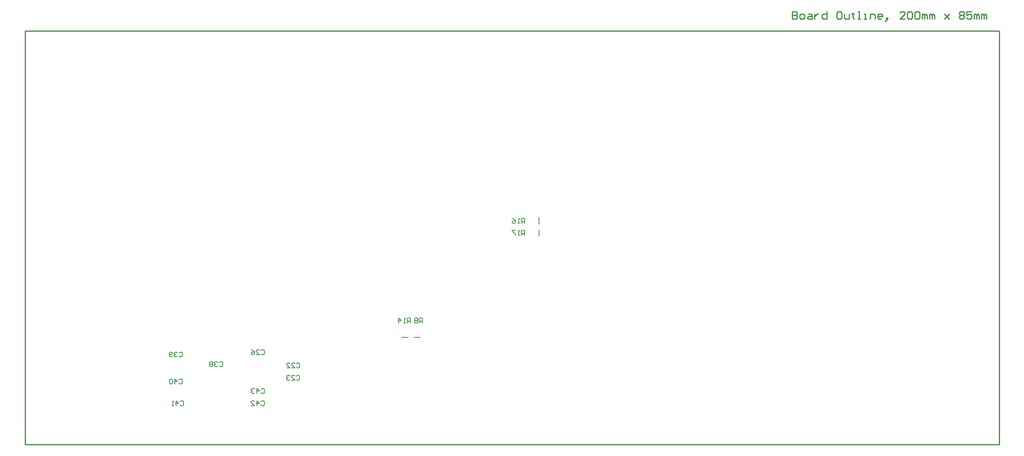
<source format=gbo>
%FSLAX44Y44*%
%MOMM*%
G71*
G01*
G75*
G04 Layer_Color=32896*
%ADD10R,1.6000X1.5000*%
%ADD11R,1.5000X1.4000*%
%ADD12R,1.4000X1.5000*%
%ADD13R,0.6500X1.1000*%
%ADD14R,1.5000X1.6000*%
%ADD15R,1.1000X0.6500*%
%ADD16R,0.9500X3.2000*%
%ADD17R,10.5000X8.3000*%
%ADD18R,1.8000X3.5000*%
%ADD19R,1.9000X1.5000*%
%ADD20O,0.4000X2.2500*%
%ADD21R,0.9000X0.6500*%
%ADD22O,1.7000X0.3500*%
%ADD23O,0.5500X1.7500*%
%ADD24O,1.7500X0.5500*%
%ADD25R,2.5000X3.8500*%
%ADD26R,1.5000X2.8000*%
%ADD27R,1.0000X3.0500*%
%ADD28R,5.5500X6.5000*%
%ADD29R,2.1000X5.6000*%
%ADD30R,2.1000X1.4000*%
%ADD31C,0.2000*%
%ADD32C,1.5000*%
%ADD33C,0.8000*%
%ADD34C,1.2000*%
%ADD35C,0.7500*%
%ADD36C,1.0000*%
%ADD37C,0.2540*%
%ADD38R,1.5000X1.5000*%
%ADD39C,1.5000*%
%ADD40R,1.5000X1.5000*%
%ADD41C,1.0000*%
%ADD42C,7.0000*%
%ADD43C,2.5400*%
%ADD44C,0.5000*%
%ADD45C,0.9000*%
%ADD46C,1.0160*%
%ADD47C,1.9160*%
G04:AMPARAMS|DCode=48|XSize=2.424mm|YSize=2.424mm|CornerRadius=0mm|HoleSize=0mm|Usage=FLASHONLY|Rotation=0.000|XOffset=0mm|YOffset=0mm|HoleType=Round|Shape=Relief|Width=0.254mm|Gap=0.254mm|Entries=4|*
%AMTHD48*
7,0,0,2.4240,1.9160,0.2540,45*
%
%ADD48THD48*%
%ADD49C,1.3160*%
%ADD50C,4.5160*%
%ADD51C,2.5160*%
G04:AMPARAMS|DCode=52|XSize=3.024mm|YSize=3.024mm|CornerRadius=0mm|HoleSize=0mm|Usage=FLASHONLY|Rotation=0.000|XOffset=0mm|YOffset=0mm|HoleType=Round|Shape=Relief|Width=0.254mm|Gap=0.254mm|Entries=4|*
%AMTHD52*
7,0,0,3.0240,2.5160,0.2540,45*
%
%ADD52THD52*%
%ADD53C,1.2160*%
%ADD54C,1.5160*%
%ADD55C,0.2500*%
%ADD56C,0.6000*%
%ADD57C,0.3810*%
%ADD58C,0.2032*%
%ADD59R,1.8032X1.7032*%
%ADD60R,1.7032X1.6032*%
%ADD61R,1.6032X1.7032*%
%ADD62R,0.8532X1.3032*%
%ADD63R,1.7032X1.8032*%
%ADD64R,1.3032X0.8532*%
%ADD65R,1.1532X3.4032*%
%ADD66R,10.7032X8.5032*%
%ADD67R,2.0032X3.7032*%
%ADD68R,2.1032X1.7032*%
%ADD69O,0.6032X2.4532*%
%ADD70R,1.1032X0.8532*%
%ADD71O,1.9032X0.5532*%
%ADD72O,0.7532X1.9532*%
%ADD73O,1.9532X0.7532*%
%ADD74R,2.7032X4.0532*%
%ADD75R,1.7032X3.0032*%
%ADD76R,1.2032X3.2532*%
%ADD77R,5.7532X6.7032*%
%ADD78R,2.3032X5.8032*%
%ADD79R,2.3032X1.6032*%
%ADD80R,1.7032X1.7032*%
%ADD81C,1.7032*%
%ADD82R,1.7032X1.7032*%
%ADD83C,1.2032*%
%ADD84C,7.2032*%
%ADD85C,2.7432*%
%ADD86C,0.7032*%
D31*
X2505000Y2278500D02*
Y2291500D01*
Y2253500D02*
Y2266500D01*
X2223500Y2045000D02*
X2236500D01*
X2248500D02*
X2261500D01*
X2475484Y2255012D02*
Y2265009D01*
X2470486D01*
X2468819Y2263343D01*
Y2260010D01*
X2470486Y2258344D01*
X2475484D01*
X2472152D02*
X2468819Y2255012D01*
X2465487D02*
X2462155D01*
X2463821D01*
Y2265009D01*
X2465487Y2263343D01*
X2457157Y2265009D02*
X2450492D01*
Y2263343D01*
X2457157Y2256678D01*
Y2255012D01*
X2475484Y2279904D02*
Y2289901D01*
X2470486D01*
X2468819Y2288235D01*
Y2284902D01*
X2470486Y2283236D01*
X2475484D01*
X2472152D02*
X2468819Y2279904D01*
X2465487D02*
X2462155D01*
X2463821D01*
Y2289901D01*
X2465487Y2288235D01*
X2450492Y2289901D02*
X2453824Y2288235D01*
X2457157Y2284902D01*
Y2281570D01*
X2455490Y2279904D01*
X2452158D01*
X2450492Y2281570D01*
Y2283236D01*
X2452158Y2284902D01*
X2457157D01*
X2241042Y2074672D02*
Y2084669D01*
X2236044D01*
X2234377Y2083003D01*
Y2079670D01*
X2236044Y2078004D01*
X2241042D01*
X2237710D02*
X2234377Y2074672D01*
X2231045D02*
X2227713D01*
X2229379D01*
Y2084669D01*
X2231045Y2083003D01*
X2217716Y2074672D02*
Y2084669D01*
X2222715Y2079670D01*
X2216050D01*
X2265934Y2074672D02*
Y2084669D01*
X2260936D01*
X2259270Y2083003D01*
Y2079670D01*
X2260936Y2078004D01*
X2265934D01*
X2262602D02*
X2259270Y2074672D01*
X2255937Y2083003D02*
X2254271Y2084669D01*
X2250939D01*
X2249273Y2083003D01*
Y2081337D01*
X2250939Y2079670D01*
X2249273Y2078004D01*
Y2076338D01*
X2250939Y2074672D01*
X2254271D01*
X2255937Y2076338D01*
Y2078004D01*
X2254271Y2079670D01*
X2255937Y2081337D01*
Y2083003D01*
X2254271Y2079670D02*
X2250939D01*
X1934657Y1938223D02*
X1936324Y1939889D01*
X1939656D01*
X1941322Y1938223D01*
Y1931558D01*
X1939656Y1929892D01*
X1936324D01*
X1934657Y1931558D01*
X1926327Y1929892D02*
Y1939889D01*
X1931325Y1934890D01*
X1924661D01*
X1921328Y1938223D02*
X1919662Y1939889D01*
X1916330D01*
X1914664Y1938223D01*
Y1936557D01*
X1916330Y1934890D01*
X1917996D01*
X1916330D01*
X1914664Y1933224D01*
Y1931558D01*
X1916330Y1929892D01*
X1919662D01*
X1921328Y1931558D01*
X1934657Y1913331D02*
X1936324Y1914997D01*
X1939656D01*
X1941322Y1913331D01*
Y1906666D01*
X1939656Y1905000D01*
X1936324D01*
X1934657Y1906666D01*
X1926327Y1905000D02*
Y1914997D01*
X1931325Y1909998D01*
X1924661D01*
X1914664Y1905000D02*
X1921328D01*
X1914664Y1911664D01*
Y1913331D01*
X1916330Y1914997D01*
X1919662D01*
X1921328Y1913331D01*
X1768795D02*
X1770462Y1914997D01*
X1773794D01*
X1775460Y1913331D01*
Y1906666D01*
X1773794Y1905000D01*
X1770462D01*
X1768795Y1906666D01*
X1760465Y1905000D02*
Y1914997D01*
X1765463Y1909998D01*
X1758799D01*
X1755466Y1905000D02*
X1752134D01*
X1753800D01*
Y1914997D01*
X1755466Y1913331D01*
X1766255Y1958289D02*
X1767922Y1959955D01*
X1771254D01*
X1772920Y1958289D01*
Y1951624D01*
X1771254Y1949958D01*
X1767922D01*
X1766255Y1951624D01*
X1757925Y1949958D02*
Y1959955D01*
X1762923Y1954956D01*
X1756259D01*
X1752926Y1958289D02*
X1751260Y1959955D01*
X1747928D01*
X1746262Y1958289D01*
Y1951624D01*
X1747928Y1949958D01*
X1751260D01*
X1752926Y1951624D01*
Y1958289D01*
X1766255Y2013407D02*
X1767922Y2015073D01*
X1771254D01*
X1772920Y2013407D01*
Y2006742D01*
X1771254Y2005076D01*
X1767922D01*
X1766255Y2006742D01*
X1762923Y2013407D02*
X1761257Y2015073D01*
X1757925D01*
X1756259Y2013407D01*
Y2011741D01*
X1757925Y2010074D01*
X1759591D01*
X1757925D01*
X1756259Y2008408D01*
Y2006742D01*
X1757925Y2005076D01*
X1761257D01*
X1762923Y2006742D01*
X1752926D02*
X1751260Y2005076D01*
X1747928D01*
X1746262Y2006742D01*
Y2013407D01*
X1747928Y2015073D01*
X1751260D01*
X1752926Y2013407D01*
Y2011741D01*
X1751260Y2010074D01*
X1746262D01*
X1848806Y1993341D02*
X1850472Y1995007D01*
X1853804D01*
X1855470Y1993341D01*
Y1986676D01*
X1853804Y1985010D01*
X1850472D01*
X1848806Y1986676D01*
X1845473Y1993341D02*
X1843807Y1995007D01*
X1840475D01*
X1838809Y1993341D01*
Y1991674D01*
X1840475Y1990008D01*
X1842141D01*
X1840475D01*
X1838809Y1988342D01*
Y1986676D01*
X1840475Y1985010D01*
X1843807D01*
X1845473Y1986676D01*
X1835476Y1993341D02*
X1833810Y1995007D01*
X1830478D01*
X1828812Y1993341D01*
Y1991674D01*
X1830478Y1990008D01*
X1828812Y1988342D01*
Y1986676D01*
X1830478Y1985010D01*
X1833810D01*
X1835476Y1986676D01*
Y1988342D01*
X1833810Y1990008D01*
X1835476Y1991674D01*
Y1993341D01*
X1833810Y1990008D02*
X1830478D01*
X1934657Y2018233D02*
X1936324Y2019899D01*
X1939656D01*
X1941322Y2018233D01*
Y2011568D01*
X1939656Y2009902D01*
X1936324D01*
X1934657Y2011568D01*
X1924661Y2009902D02*
X1931325D01*
X1924661Y2016566D01*
Y2018233D01*
X1926327Y2019899D01*
X1929659D01*
X1931325Y2018233D01*
X1914664Y2019899D02*
X1917996Y2018233D01*
X1921328Y2014900D01*
Y2011568D01*
X1919662Y2009902D01*
X1916330D01*
X1914664Y2011568D01*
Y2013234D01*
X1916330Y2014900D01*
X1921328D01*
X2007047Y1965909D02*
X2008714Y1967575D01*
X2012046D01*
X2013712Y1965909D01*
Y1959244D01*
X2012046Y1957578D01*
X2008714D01*
X2007047Y1959244D01*
X1997051Y1957578D02*
X2003715D01*
X1997051Y1964243D01*
Y1965909D01*
X1998717Y1967575D01*
X2002049D01*
X2003715Y1965909D01*
X1993718D02*
X1992052Y1967575D01*
X1988720D01*
X1987054Y1965909D01*
Y1964243D01*
X1988720Y1962576D01*
X1990386D01*
X1988720D01*
X1987054Y1960910D01*
Y1959244D01*
X1988720Y1957578D01*
X1992052D01*
X1993718Y1959244D01*
X2007047Y1990801D02*
X2008714Y1992467D01*
X2012046D01*
X2013712Y1990801D01*
Y1984136D01*
X2012046Y1982470D01*
X2008714D01*
X2007047Y1984136D01*
X1997051Y1982470D02*
X2003715D01*
X1997051Y1989135D01*
Y1990801D01*
X1998717Y1992467D01*
X2002049D01*
X2003715Y1990801D01*
X1987054Y1982470D02*
X1993718D01*
X1987054Y1989135D01*
Y1990801D01*
X1988720Y1992467D01*
X1992052D01*
X1993718Y1990801D01*
D37*
X1450000Y1825000D02*
Y2675000D01*
Y1825000D02*
X3450000D01*
Y2675000D01*
X1450000D02*
X3450000D01*
X3025000Y2715235D02*
Y2700000D01*
X3032617D01*
X3035157Y2702539D01*
Y2705078D01*
X3032617Y2707617D01*
X3025000D01*
X3032617D01*
X3035157Y2710157D01*
Y2712696D01*
X3032617Y2715235D01*
X3025000D01*
X3042774Y2700000D02*
X3047852D01*
X3050392Y2702539D01*
Y2707617D01*
X3047852Y2710157D01*
X3042774D01*
X3040235Y2707617D01*
Y2702539D01*
X3042774Y2700000D01*
X3058009Y2710157D02*
X3063088D01*
X3065627Y2707617D01*
Y2700000D01*
X3058009D01*
X3055470Y2702539D01*
X3058009Y2705078D01*
X3065627D01*
X3070705Y2710157D02*
Y2700000D01*
Y2705078D01*
X3073244Y2707617D01*
X3075784Y2710157D01*
X3078323D01*
X3096097Y2715235D02*
Y2700000D01*
X3088480D01*
X3085940Y2702539D01*
Y2707617D01*
X3088480Y2710157D01*
X3096097D01*
X3124028Y2715235D02*
X3118950D01*
X3116411Y2712696D01*
Y2702539D01*
X3118950Y2700000D01*
X3124028D01*
X3126567Y2702539D01*
Y2712696D01*
X3124028Y2715235D01*
X3131646Y2710157D02*
Y2702539D01*
X3134185Y2700000D01*
X3141802D01*
Y2710157D01*
X3149420Y2712696D02*
Y2710157D01*
X3146880D01*
X3151959D01*
X3149420D01*
Y2702539D01*
X3151959Y2700000D01*
X3159576D02*
X3164655D01*
X3162115D01*
Y2715235D01*
X3159576D01*
X3172272Y2700000D02*
X3177351D01*
X3174811D01*
Y2710157D01*
X3172272D01*
X3184968Y2700000D02*
Y2710157D01*
X3192586D01*
X3195125Y2707617D01*
Y2700000D01*
X3207821D02*
X3202743D01*
X3200203Y2702539D01*
Y2707617D01*
X3202743Y2710157D01*
X3207821D01*
X3210360Y2707617D01*
Y2705078D01*
X3200203D01*
X3217978Y2697461D02*
X3220517Y2700000D01*
Y2702539D01*
X3217978D01*
Y2700000D01*
X3220517D01*
X3217978Y2697461D01*
X3215439Y2694922D01*
X3256065Y2700000D02*
X3245909D01*
X3256065Y2710157D01*
Y2712696D01*
X3253526Y2715235D01*
X3248448D01*
X3245909Y2712696D01*
X3261143D02*
X3263683Y2715235D01*
X3268761D01*
X3271300Y2712696D01*
Y2702539D01*
X3268761Y2700000D01*
X3263683D01*
X3261143Y2702539D01*
Y2712696D01*
X3276379D02*
X3278918Y2715235D01*
X3283996D01*
X3286535Y2712696D01*
Y2702539D01*
X3283996Y2700000D01*
X3278918D01*
X3276379Y2702539D01*
Y2712696D01*
X3291614Y2700000D02*
Y2710157D01*
X3294153D01*
X3296692Y2707617D01*
Y2700000D01*
Y2707617D01*
X3299231Y2710157D01*
X3301771Y2707617D01*
Y2700000D01*
X3306849D02*
Y2710157D01*
X3309388D01*
X3311927Y2707617D01*
Y2700000D01*
Y2707617D01*
X3314466Y2710157D01*
X3317006Y2707617D01*
Y2700000D01*
X3337319Y2710157D02*
X3347476Y2700000D01*
X3342397Y2705078D01*
X3347476Y2710157D01*
X3337319Y2700000D01*
X3367789Y2712696D02*
X3370328Y2715235D01*
X3375406D01*
X3377946Y2712696D01*
Y2710157D01*
X3375406Y2707617D01*
X3377946Y2705078D01*
Y2702539D01*
X3375406Y2700000D01*
X3370328D01*
X3367789Y2702539D01*
Y2705078D01*
X3370328Y2707617D01*
X3367789Y2710157D01*
Y2712696D01*
X3370328Y2707617D02*
X3375406D01*
X3393181Y2715235D02*
X3383024D01*
Y2707617D01*
X3388102Y2710157D01*
X3390642D01*
X3393181Y2707617D01*
Y2702539D01*
X3390642Y2700000D01*
X3385563D01*
X3383024Y2702539D01*
X3398259Y2700000D02*
Y2710157D01*
X3400798D01*
X3403338Y2707617D01*
Y2700000D01*
Y2707617D01*
X3405877Y2710157D01*
X3408416Y2707617D01*
Y2700000D01*
X3413494D02*
Y2710157D01*
X3416034D01*
X3418573Y2707617D01*
Y2700000D01*
Y2707617D01*
X3421112Y2710157D01*
X3423651Y2707617D01*
Y2700000D01*
M02*

</source>
